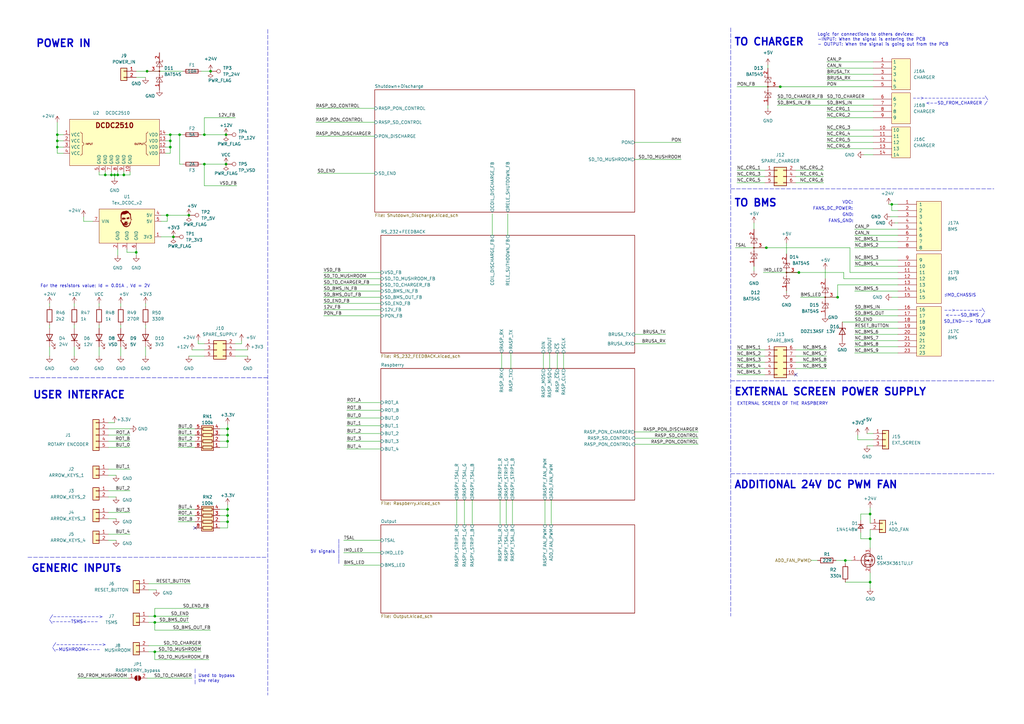
<source format=kicad_sch>
(kicad_sch (version 20211123) (generator eeschema)
  (paper "A3")
  (title_block (title "Handcart") (date "2021-11-11") (rev "v2") (company "E-Agle - TRT"))
  (junction (at 83.82 67.31))
  (junction (at 46.99 71.755))
  (junction (at 93.345 208.915))
  (junction (at 346.71 229.87))
  (junction (at 77.47 88.265))
  (junction (at 356.87 220.98))
  (junction (at 343.535 121.92))
  (junction (at 63.5 255.27))
  (junction (at 86.36 29.21))
  (junction (at 71.12 97.155))
  (junction (at 92.71 55.245))
  (junction (at 48.26 71.755))
  (junction (at 45.72 71.755))
  (junction (at 68.58 88.265))
  (junction (at 93.345 180.975))
  (junction (at 320.04 35.56))
  (junction (at 23.495 55.245))
  (junction (at 23.495 60.325))
  (junction (at 69.85 57.785))
  (junction (at 314.325 101.6))
  (junction (at 93.345 213.995))
  (junction (at 365.76 83.82))
  (junction (at 92.71 67.31))
  (junction (at 50.8 71.755))
  (junction (at 69.85 55.245))
  (junction (at 23.495 57.785))
  (junction (at 356.87 210.82))
  (junction (at 93.345 175.895))
  (junction (at 327.66 111.76))
  (junction (at 73.66 55.245))
  (junction (at 63.5 252.73))
  (junction (at 356.87 238.76))
  (junction (at 69.85 60.325))
  (junction (at 60.325 29.21))
  (junction (at 93.345 178.435))
  (junction (at 55.88 103.505))
  (junction (at 63.5 267.335))
  (junction (at 93.345 211.455))
  (junction (at 43.18 71.755))
  (junction (at 83.82 55.245))
  (no_connect (at 326.39 153.67))
  (no_connect (at 80.01 216.535))
  (wire (pts (xy 59.69 142.24) (xy 59.69 146.05)))
  (wire (pts (xy 67.945 57.785) (xy 69.85 57.785)))
  (wire (pts (xy 132.715 111.76) (xy 156.21 111.76)))
  (wire (pts (xy 346.71 229.87) (xy 349.25 229.87)))
  (wire (pts (xy 99.06 140.97) (xy 99.06 139.7)))
  (wire (pts (xy 346.075 111.76) (xy 346.075 114.3)))
  (wire (pts (xy 142.24 174.625) (xy 156.21 174.625)))
  (wire (pts (xy 49.53 133.35) (xy 49.53 134.62)))
  (wire (pts (xy 55.88 102.235) (xy 55.88 103.505)))
  (wire (pts (xy 69.85 55.245) (xy 69.85 57.785)))
  (wire (pts (xy 69.85 55.245) (xy 73.66 55.245)))
  (wire (pts (xy 30.48 142.24) (xy 30.48 146.05)))
  (wire (pts (xy 142.24 168.275) (xy 156.21 168.275)))
  (wire (pts (xy 93.345 183.515) (xy 93.345 180.975)))
  (wire (pts (xy 74.93 67.31) (xy 73.66 67.31)))
  (wire (pts (xy 90.17 175.895) (xy 93.345 175.895)))
  (wire (pts (xy 132.715 124.46) (xy 156.21 124.46)))
  (wire (pts (xy 309.245 93.98) (xy 309.245 91.44)))
  (wire (pts (xy 73.025 213.995) (xy 80.01 213.995)))
  (wire (pts (xy 355.6 182.88) (xy 358.14 182.88)))
  (wire (pts (xy 20.32 133.35) (xy 20.32 134.62)))
  (wire (pts (xy 44.45 203.835) (xy 47.625 203.835)))
  (wire (pts (xy 302.26 69.85) (xy 313.69 69.85)))
  (wire (pts (xy 326.39 151.13) (xy 339.09 151.13)))
  (wire (pts (xy 59.69 133.35) (xy 59.69 134.62)))
  (wire (pts (xy 26.035 62.865) (xy 23.495 62.865)))
  (wire (pts (xy 351.79 178.435) (xy 351.79 180.34)))
  (wire (pts (xy 314.96 43.18) (xy 314.96 44.45)))
  (wire (pts (xy 78.74 143.51) (xy 83.82 143.51)))
  (wire (pts (xy 90.17 178.435) (xy 93.345 178.435)))
  (wire (pts (xy 354.33 63.5) (xy 358.14 63.5)))
  (wire (pts (xy 43.18 71.755) (xy 45.72 71.755)))
  (wire (pts (xy 339.09 55.88) (xy 358.14 55.88)))
  (wire (pts (xy 73.025 211.455) (xy 80.01 211.455)))
  (wire (pts (xy 322.58 99.695) (xy 322.58 104.14)))
  (wire (pts (xy 82.55 29.21) (xy 86.36 29.21)))
  (wire (pts (xy 339.09 60.96) (xy 358.14 60.96)))
  (wire (pts (xy 201.93 87.63) (xy 201.93 96.52)))
  (wire (pts (xy 129.54 50.165) (xy 153.67 50.165)))
  (wire (pts (xy 60.96 241.935) (xy 64.135 241.935)))
  (wire (pts (xy 327.66 111.76) (xy 346.075 111.76)))
  (wire (pts (xy 40.64 70.485) (xy 40.64 71.755)))
  (wire (pts (xy 302.26 146.05) (xy 313.69 146.05)))
  (wire (pts (xy 48.26 71.755) (xy 50.8 71.755)))
  (wire (pts (xy 350.52 96.52) (xy 368.3 96.52)))
  (wire (pts (xy 260.35 58.42) (xy 279.4 58.42)))
  (wire (pts (xy 260.35 140.97) (xy 273.05 140.97)))
  (wire (pts (xy 44.45 175.895) (xy 53.34 175.895)))
  (wire (pts (xy 339.09 27.94) (xy 358.14 27.94)))
  (wire (pts (xy 364.49 83.82) (xy 365.76 83.82)))
  (wire (pts (xy 83.82 76.2) (xy 83.82 67.31)))
  (wire (pts (xy 40.64 124.46) (xy 40.64 125.73)))
  (wire (pts (xy 60.96 239.395) (xy 78.105 239.395)))
  (wire (pts (xy 205.105 205.105) (xy 205.105 215.265)))
  (polyline (pts (xy 299.72 194.31) (xy 407.67 194.31)))
  (wire (pts (xy 367.03 91.44) (xy 368.3 91.44)))
  (wire (pts (xy 260.35 179.705) (xy 286.385 179.705)))
  (wire (pts (xy 350.52 106.68) (xy 368.3 106.68)))
  (wire (pts (xy 66.04 90.805) (xy 68.58 90.805)))
  (wire (pts (xy 44.45 201.295) (xy 53.34 201.295)))
  (wire (pts (xy 93.345 175.895) (xy 93.345 173.99)))
  (wire (pts (xy 93.345 211.455) (xy 93.345 208.915)))
  (wire (pts (xy 34.29 90.805) (xy 38.1 90.805)))
  (wire (pts (xy 365.76 83.82) (xy 365.76 86.36)))
  (wire (pts (xy 44.45 178.435) (xy 53.34 178.435)))
  (wire (pts (xy 302.26 72.39) (xy 313.69 72.39)))
  (wire (pts (xy 302.26 148.59) (xy 313.69 148.59)))
  (wire (pts (xy 365.76 86.36) (xy 368.3 86.36)))
  (wire (pts (xy 351.79 180.34) (xy 358.14 180.34)))
  (wire (pts (xy 60.96 267.335) (xy 63.5 267.335)))
  (wire (pts (xy 52.07 102.235) (xy 52.07 103.505)))
  (wire (pts (xy 55.88 103.505) (xy 55.88 104.775)))
  (wire (pts (xy 350.52 99.06) (xy 368.3 99.06)))
  (wire (pts (xy 353.06 210.82) (xy 356.87 210.82)))
  (wire (pts (xy 302.26 153.67) (xy 313.69 153.67)))
  (wire (pts (xy 73.025 175.895) (xy 80.01 175.895)))
  (wire (pts (xy 73.66 55.245) (xy 73.66 67.31)))
  (wire (pts (xy 260.35 182.245) (xy 286.385 182.245)))
  (wire (pts (xy 346.71 231.14) (xy 346.71 229.87)))
  (wire (pts (xy 23.495 57.785) (xy 23.495 60.325)))
  (wire (pts (xy 67.945 62.865) (xy 69.85 62.865)))
  (wire (pts (xy 30.48 133.35) (xy 30.48 134.62)))
  (wire (pts (xy 339.09 53.34) (xy 358.14 53.34)))
  (wire (pts (xy 44.45 173.355) (xy 46.99 173.355)))
  (wire (pts (xy 322.58 119.38) (xy 322.58 120.015)))
  (wire (pts (xy 142.24 184.15) (xy 156.21 184.15)))
  (wire (pts (xy 339.09 48.26) (xy 358.14 48.26)))
  (wire (pts (xy 44.45 194.945) (xy 47.625 194.945)))
  (wire (pts (xy 73.025 180.975) (xy 80.01 180.975)))
  (wire (pts (xy 73.025 183.515) (xy 80.01 183.515)))
  (wire (pts (xy 313.055 111.76) (xy 327.66 111.76)))
  (wire (pts (xy 356.87 238.76) (xy 356.87 241.3)))
  (wire (pts (xy 68.58 88.265) (xy 77.47 88.265)))
  (wire (pts (xy 356.87 220.98) (xy 356.87 224.79)))
  (wire (pts (xy 93.345 178.435) (xy 93.345 175.895)))
  (wire (pts (xy 86.36 258.445) (xy 63.5 258.445)))
  (wire (pts (xy 339.09 30.48) (xy 358.14 30.48)))
  (wire (pts (xy 350.52 93.98) (xy 368.3 93.98)))
  (wire (pts (xy 96.52 143.51) (xy 101.6 143.51)))
  (wire (pts (xy 346.075 114.3) (xy 368.3 114.3)))
  (wire (pts (xy 81.28 140.97) (xy 83.82 140.97)))
  (wire (pts (xy 77.47 252.73) (xy 63.5 252.73)))
  (wire (pts (xy 60.325 278.13) (xy 78.74 278.13)))
  (wire (pts (xy 343.535 116.84) (xy 368.3 116.84)))
  (wire (pts (xy 40.64 142.24) (xy 40.64 146.05)))
  (wire (pts (xy 63.5 252.73) (xy 60.96 252.73)))
  (wire (pts (xy 34.29 88.9) (xy 34.29 90.805)))
  (wire (pts (xy 45.72 70.485) (xy 45.72 71.755)))
  (polyline (pts (xy 12.065 154.94) (xy 109.855 154.94)))
  (wire (pts (xy 67.945 60.325) (xy 69.85 60.325)))
  (wire (pts (xy 59.69 124.46) (xy 59.69 125.73)))
  (wire (pts (xy 365.76 121.92) (xy 368.3 121.92)))
  (wire (pts (xy 207.645 205.105) (xy 207.645 215.265)))
  (wire (pts (xy 260.35 177.165) (xy 286.385 177.165)))
  (wire (pts (xy 353.06 213.36) (xy 353.06 210.82)))
  (wire (pts (xy 66.04 97.155) (xy 71.12 97.155)))
  (wire (pts (xy 44.45 212.725) (xy 47.625 212.725)))
  (wire (pts (xy 63.5 270.51) (xy 63.5 267.335)))
  (wire (pts (xy 44.45 219.075) (xy 53.34 219.075)))
  (polyline (pts (xy 299.72 11.43) (xy 299.72 252.73)))
  (polyline (pts (xy 299.72 156.21) (xy 407.67 156.21)))
  (wire (pts (xy 209.55 144.78) (xy 209.55 151.13)))
  (wire (pts (xy 43.18 70.485) (xy 43.18 71.755)))
  (wire (pts (xy 23.495 60.325) (xy 23.495 62.865)))
  (wire (pts (xy 93.345 213.995) (xy 93.345 211.455)))
  (wire (pts (xy 187.325 205.105) (xy 187.325 215.265)))
  (wire (pts (xy 85.725 249.555) (xy 63.5 249.555)))
  (wire (pts (xy 53.34 70.485) (xy 53.34 71.755)))
  (wire (pts (xy 83.82 48.26) (xy 83.82 55.245)))
  (wire (pts (xy 132.715 129.54) (xy 156.21 129.54)))
  (wire (pts (xy 48.26 102.235) (xy 48.26 104.775)))
  (wire (pts (xy 350.52 109.22) (xy 368.3 109.22)))
  (wire (pts (xy 350.52 127) (xy 368.3 127)))
  (wire (pts (xy 44.45 221.615) (xy 47.625 221.615)))
  (wire (pts (xy 223.52 205.105) (xy 223.52 215.265)))
  (wire (pts (xy 132.715 121.92) (xy 156.21 121.92)))
  (wire (pts (xy 77.47 146.05) (xy 83.82 146.05)))
  (wire (pts (xy 129.54 55.88) (xy 153.67 55.88)))
  (wire (pts (xy 90.17 208.915) (xy 93.345 208.915)))
  (wire (pts (xy 66.04 88.265) (xy 68.58 88.265)))
  (wire (pts (xy 302.26 143.51) (xy 313.69 143.51)))
  (wire (pts (xy 140.97 226.695) (xy 156.21 226.695)))
  (wire (pts (xy 63.5 258.445) (xy 63.5 255.27)))
  (wire (pts (xy 228.6 144.78) (xy 228.6 151.13)))
  (wire (pts (xy 63.5 255.27) (xy 77.47 255.27)))
  (wire (pts (xy 350.52 144.78) (xy 368.3 144.78)))
  (wire (pts (xy 23.495 55.245) (xy 26.035 55.245)))
  (wire (pts (xy 44.45 183.515) (xy 53.34 183.515)))
  (wire (pts (xy 49.53 124.46) (xy 49.53 125.73)))
  (wire (pts (xy 52.07 103.505) (xy 55.88 103.505)))
  (wire (pts (xy 231.14 144.78) (xy 231.14 151.13)))
  (wire (pts (xy 23.495 60.325) (xy 26.035 60.325)))
  (wire (pts (xy 96.52 146.05) (xy 101.6 146.05)))
  (wire (pts (xy 225.425 144.78) (xy 225.425 151.13)))
  (wire (pts (xy 90.17 183.515) (xy 93.345 183.515)))
  (wire (pts (xy 260.35 65.405) (xy 279.4 65.405)))
  (wire (pts (xy 350.52 129.54) (xy 368.3 129.54)))
  (wire (pts (xy 350.52 137.16) (xy 368.3 137.16)))
  (wire (pts (xy 132.715 116.84) (xy 156.21 116.84)))
  (wire (pts (xy 60.325 29.21) (xy 74.93 29.21)))
  (wire (pts (xy 350.52 101.6) (xy 368.3 101.6)))
  (wire (pts (xy 326.39 143.51) (xy 339.09 143.51)))
  (wire (pts (xy 328.295 121.92) (xy 343.535 121.92)))
  (wire (pts (xy 31.75 278.13) (xy 52.705 278.13)))
  (wire (pts (xy 93.345 208.915) (xy 93.345 207.01)))
  (wire (pts (xy 48.26 70.485) (xy 48.26 71.755)))
  (polyline (pts (xy 109.855 12.065) (xy 109.855 285.115)))
  (wire (pts (xy 343.535 121.92) (xy 343.535 116.84)))
  (wire (pts (xy 50.8 71.755) (xy 53.34 71.755)))
  (wire (pts (xy 193.675 205.105) (xy 193.675 215.265)))
  (wire (pts (xy 44.45 192.405) (xy 53.34 192.405)))
  (wire (pts (xy 23.495 50.165) (xy 23.495 55.245)))
  (wire (pts (xy 338.455 110.49) (xy 338.455 114.3)))
  (wire (pts (xy 63.5 249.555) (xy 63.5 252.73)))
  (wire (pts (xy 326.39 72.39) (xy 337.82 72.39)))
  (wire (pts (xy 23.495 57.785) (xy 26.035 57.785)))
  (wire (pts (xy 350.52 119.38) (xy 368.3 119.38)))
  (wire (pts (xy 348.615 111.76) (xy 368.3 111.76)))
  (wire (pts (xy 346.71 238.76) (xy 356.87 238.76)))
  (wire (pts (xy 69.85 57.785) (xy 69.85 60.325)))
  (polyline (pts (xy 11.43 228.6) (xy 109.22 228.6)))
  (wire (pts (xy 44.45 180.975) (xy 53.34 180.975)))
  (wire (pts (xy 83.82 67.31) (xy 92.71 67.31)))
  (wire (pts (xy 301.625 101.6) (xy 314.325 101.6)))
  (wire (pts (xy 73.025 178.435) (xy 80.01 178.435)))
  (wire (pts (xy 356.87 234.95) (xy 356.87 238.76)))
  (wire (pts (xy 30.48 124.46) (xy 30.48 125.73)))
  (wire (pts (xy 302.26 151.13) (xy 313.69 151.13)))
  (wire (pts (xy 318.77 43.18) (xy 358.14 43.18)))
  (wire (pts (xy 83.82 76.2) (xy 97.155 76.2)))
  (wire (pts (xy 49.53 142.24) (xy 49.53 146.05)))
  (wire (pts (xy 60.96 255.27) (xy 63.5 255.27)))
  (wire (pts (xy 142.24 171.45) (xy 156.21 171.45)))
  (wire (pts (xy 130.175 71.12) (xy 153.67 71.12)))
  (wire (pts (xy 350.52 139.7) (xy 368.3 139.7)))
  (wire (pts (xy 82.55 67.31) (xy 83.82 67.31)))
  (wire (pts (xy 59.69 31.75) (xy 55.88 31.75)))
  (wire (pts (xy 314.325 101.6) (xy 348.615 101.6)))
  (wire (pts (xy 67.945 55.245) (xy 69.85 55.245)))
  (wire (pts (xy 46.99 71.755) (xy 48.26 71.755)))
  (wire (pts (xy 73.025 208.915) (xy 80.01 208.915)))
  (wire (pts (xy 60.96 264.795) (xy 82.55 264.795)))
  (wire (pts (xy 142.24 165.1) (xy 156.21 165.1)))
  (wire (pts (xy 45.72 71.755) (xy 46.99 71.755)))
  (wire (pts (xy 46.99 71.755) (xy 46.99 73.025)))
  (polyline (pts (xy 299.72 77.47) (xy 407.67 77.47)))
  (wire (pts (xy 96.52 140.97) (xy 99.06 140.97)))
  (wire (pts (xy 142.24 177.8) (xy 156.21 177.8)))
  (wire (pts (xy 142.24 180.975) (xy 156.21 180.975)))
  (wire (pts (xy 40.64 71.755) (xy 43.18 71.755)))
  (wire (pts (xy 320.04 35.56) (xy 358.14 35.56)))
  (wire (pts (xy 140.97 231.775) (xy 156.21 231.775)))
  (wire (pts (xy 23.495 55.245) (xy 23.495 57.785)))
  (wire (pts (xy 326.39 146.05) (xy 339.09 146.05)))
  (wire (pts (xy 69.85 60.325) (xy 69.85 62.865)))
  (wire (pts (xy 90.17 213.995) (xy 93.345 213.995)))
  (wire (pts (xy 355.6 177.8) (xy 358.14 177.8)))
  (wire (pts (xy 339.09 45.72) (xy 358.14 45.72)))
  (wire (pts (xy 93.345 216.535) (xy 93.345 213.995)))
  (wire (pts (xy 93.345 180.975) (xy 93.345 178.435)))
  (wire (pts (xy 342.9 229.87) (xy 346.71 229.87)))
  (wire (pts (xy 260.35 137.16) (xy 273.05 137.16)))
  (wire (pts (xy 353.06 218.44) (xy 353.06 220.98)))
  (wire (pts (xy 356.87 208.28) (xy 356.87 210.82)))
  (wire (pts (xy 90.17 216.535) (xy 93.345 216.535)))
  (polyline (pts (xy 80.01 274.32) (xy 80.01 280.67)))
  (wire (pts (xy 326.39 74.93) (xy 337.82 74.93)))
  (wire (pts (xy 68.58 90.805) (xy 68.58 88.265)))
  (wire (pts (xy 348.615 101.6) (xy 348.615 111.76)))
  (wire (pts (xy 205.74 144.78) (xy 205.74 151.13)))
  (wire (pts (xy 353.06 220.98) (xy 356.87 220.98)))
  (wire (pts (xy 50.8 70.485) (xy 50.8 71.755)))
  (wire (pts (xy 222.885 144.78) (xy 222.885 151.13)))
  (wire (pts (xy 63.5 267.335) (xy 82.55 267.335)))
  (wire (pts (xy 302.26 35.56) (xy 320.04 35.56)))
  (wire (pts (xy 20.32 142.24) (xy 20.32 146.05)))
  (wire (pts (xy 132.715 127) (xy 156.21 127)))
  (wire (pts (xy 326.39 148.59) (xy 339.09 148.59)))
  (wire (pts (xy 339.09 58.42) (xy 358.14 58.42)))
  (wire (pts (xy 314.96 26.67) (xy 314.96 27.94)))
  (wire (pts (xy 345.44 132.08) (xy 368.3 132.08)))
  (wire (pts (xy 90.17 180.975) (xy 93.345 180.975)))
  (wire (pts (xy 73.66 55.245) (xy 74.93 55.245)))
  (wire (pts (xy 356.87 217.17) (xy 356.87 220.98)))
  (wire (pts (xy 350.52 134.62) (xy 368.3 134.62)))
  (wire (pts (xy 82.55 55.245) (xy 83.82 55.245)))
  (wire (pts (xy 81.28 139.7) (xy 81.28 140.97)))
  (wire (pts (xy 190.5 205.105) (xy 190.5 215.265)))
  (wire (pts (xy 132.715 114.3) (xy 156.21 114.3)))
  (wire (pts (xy 356.87 210.82) (xy 356.87 214.63)))
  (wire (pts (xy 140.97 221.615) (xy 156.21 221.615)))
  (wire (pts (xy 339.09 25.4) (xy 358.14 25.4)))
  (wire (pts (xy 226.06 205.105) (xy 226.06 215.265)))
  (wire (pts (xy 90.17 211.455) (xy 93.345 211.455)))
  (wire (pts (xy 132.715 119.38) (xy 156.21 119.38)))
  (wire (pts (xy 302.26 74.93) (xy 313.69 74.93)))
  (wire (pts (xy 350.52 142.24) (xy 368.3 142.24)))
  (wire (pts (xy 208.28 87.63) (xy 208.28 96.52)))
  (wire (pts (xy 96.52 48.26) (xy 83.82 48.26)))
  (wire (pts (xy 129.54 44.45) (xy 153.67 44.45)))
  (wire (pts (xy 55.88 29.21) (xy 60.325 29.21)))
  (wire (pts (xy 83.82 55.245) (xy 92.71 55.245)))
  (wire (pts (xy 365.76 83.82) (xy 368.3 83.82)))
  (wire (pts (xy 85.725 270.51) (xy 63.5 270.51)))
  (wire (pts (xy 365.125 88.9) (xy 368.3 88.9)))
  (wire (pts (xy 318.77 40.64) (xy 358.14 40.64)))
  (wire (pts (xy 332.74 229.87) (xy 335.28 229.87)))
  (wire (pts (xy 339.09 33.02) (xy 358.14 33.02)))
  (wire (pts (xy 326.39 69.85) (xy 337.82 69.85)))
  (wire (pts (xy 44.45 210.185) (xy 53.34 210.185)))
  (wire (pts (xy 40.64 133.35) (xy 40.64 134.62)))
  (wire (pts (xy 20.32 124.46) (xy 20.32 125.73)))
  (wire (pts (xy 309.245 109.22) (xy 309.245 111.125)))
  (wire (pts (xy 210.185 205.105) (xy 210.185 215.265)))
  (text "-->-------\\\n<---SD_BMS /\n" (at 403.86 130.175 180) (effects (font (size 1.27 1.27)) (justify right bottom)))
  (text "POWER IN" (at 14.605 19.685 0) (effects (font (size 2.9972 2.9972) (thickness 0.5994) bold) (justify left bottom)))
  (text "EXTERNAL SCREEN OF THE RASPBERRY" (at 302.26 166.37 0) (effects (font (size 1.27 1.27)) (justify left bottom)))
  (text "TO BMS" (at 318.77 85.09 180) (effects (font (size 2.9972 2.9972) (thickness 0.5994) bold) (justify right bottom)))
  (text "FANS_GND:" (at 339.725 91.44 0) (effects (font (size 1.27 1.27)) (justify left bottom)))
  (text "TO CHARGER" (at 300.99 19.05 0) (effects (font (size 2.9972 2.9972) (thickness 0.5994) bold) (justify left bottom)))
  (text "-->----------------\\\n<--SD_FROM_CHARGER /\n" (at 405.13 43.18 180) (effects (font (size 1.27 1.27)) (justify right bottom)))
  (text "For the resistors value: Id = 0.01A , Vd = 2V" (at 16.51 118.11 0) (effects (font (size 1.27 1.27)) (justify left bottom)))
  (text "/------------>\n\\-MUSHROOM<---" (at 21.59 267.335 0) (effects (font (size 1.27 1.27)) (justify left bottom)))
  (text "Used to bypass\nthe relay" (at 81.28 280.035 0) (effects (font (size 1.27 1.27)) (justify left bottom)))
  (text "GENERIC INPUTs" (at 12.7 234.95 0) (effects (font (size 2.9972 2.9972) (thickness 0.5994) bold) (justify left bottom)))
  (text "/------------>\n\\-----TSMS<---" (at 20.32 255.905 0) (effects (font (size 1.27 1.27)) (justify left bottom)))
  (text "VDC:" (at 345.44 83.82 0) (effects (font (size 1.27 1.27)) (justify left bottom)))
  (text "FANS_DC_POWER:" (at 333.375 86.36 0) (effects (font (size 1.27 1.27)) (justify left bottom)))
  (text "ADDITIONAL 24V DC PWM FAN" (at 300.99 200.66 0) (effects (font (size 2.9972 2.9972) (thickness 0.5994) bold) (justify left bottom)))
  (text "EXTERNAL SCREEN POWER SUPPLY" (at 300.99 162.56 0) (effects (font (size 3 3) (thickness 0.5994) bold) (justify left bottom)))
  (text "Logic for connections to others devices:\n-INPUT: When the signal is entering the PCB\n- OUTPUT: When the signal is going out from the PCB" (at 335.28 19.05 0) (effects (font (size 1.27 1.27)) (justify left bottom)))
  (text "|\n|\n5V signals |\n|\n|" (at 139.7 231.14 180) (effects (font (size 1.27 1.27)) (justify right bottom)))
  (text "SD_END--> TO_AIR\n" (at 406.4 132.715 180) (effects (font (size 1.27 1.27)) (justify right bottom)))
  (text "GND:" (at 345.44 88.9 0) (effects (font (size 1.27 1.27)) (justify left bottom)))
  (text ":IMD_CHASSIS" (at 387.35 121.92 0) (effects (font (size 1.27 1.27)) (justify left bottom)))
  (text "USER INTERFACE" (at 13.335 163.83 0) (effects (font (size 2.9972 2.9972) (thickness 0.5994) bold) (justify left bottom)))
  (label "SD_BMS_IN_FB" (at 132.715 119.38 0))
  (label "TSAL" (at 140.97 221.615 0))
  (label "BRUSA_TX" (at 339.09 30.48 0))
  (label "BUT_4" (at 53.34 219.075 180))
  (label "RASP_SD_CONTROL" (at 129.54 44.45 0))
  (label "BUT_1" (at 53.34 192.405 180))
  (label "RESET_BUTTON" (at 350.52 134.62 0))
  (label "NC_CRG_5" (at 339.09 58.42 0))
  (label "BUT_2" (at 142.24 177.8 0))
  (label "BMS_LED" (at 140.97 231.775 0))
  (label "SD_BMS_IN" (at 350.52 127 0))
  (label "BUT_3" (at 142.24 180.975 0))
  (label "RESET_BUTTON" (at 78.105 239.395 180))
  (label "SD_TO_MUSHROOM" (at 132.715 114.3 0))
  (label "BUT_3" (at 53.34 210.185 180))
  (label "NC_BMS_2" (at 302.26 146.05 0))
  (label "NC_BMS_3" (at 302.26 148.59 0))
  (label "NC_BMS_6" (at 339.09 143.51 180))
  (label "BUT_2" (at 73.025 180.975 0))
  (label "BUT_2" (at 53.34 201.295 180))
  (label "RASP_SD_CONTROL" (at 286.385 179.705 180))
  (label "BUT_0" (at 142.24 171.45 0))
  (label "PON" (at 339.09 35.56 0))
  (label "NC_CRG_6" (at 339.09 60.96 0))
  (label "NC_BMS_9" (at 339.09 151.13 180))
  (label "CAN_N" (at 350.52 96.52 0))
  (label "ROT_A" (at 73.025 211.455 0))
  (label "NC_BMS_9" (at 350.52 144.78 0))
  (label "ROT_B" (at 142.24 168.275 0))
  (label "12V_FB" (at 96.52 48.26 180))
  (label "NC_CRG_3" (at 302.26 72.39 0))
  (label "SD_BMS_OUT" (at 350.52 129.54 0))
  (label "BUT_1" (at 142.24 174.625 0))
  (label "ROT_A" (at 142.24 165.1 0))
  (label "SD_TO_MUSHROOM" (at 82.55 267.335 180))
  (label "BUT_4" (at 73.025 208.915 0))
  (label "SD_END_FB" (at 85.725 249.555 180))
  (label "SD_END" (at 350.52 132.08 0))
  (label "NC_BMS_1" (at 350.52 99.06 0))
  (label "SD_TO_CHARGER_FB" (at 318.77 40.64 0))
  (label "NC_CRG_3" (at 339.09 53.34 0))
  (label "NC_BMS_5" (at 350.52 119.38 0))
  (label "SD_BMS_OUT" (at 77.47 255.27 180))
  (label "NC_CRG_1" (at 302.26 69.85 0))
  (label "BRUSA_TX" (at 273.05 137.16 180))
  (label "BMS_LED" (at 328.295 121.92 0))
  (label "SD_TO_CHARGER" (at 82.55 264.795 180))
  (label "RASP_PON_DISCHARGER" (at 129.54 55.88 0))
  (label "SD_TO_CHARGER_FB" (at 132.715 116.84 0))
  (label "SD_END" (at 130.175 71.12 0))
  (label "NC_BMS_2" (at 350.52 101.6 0))
  (label "SD_FROM_MUSHROOM" (at 31.75 278.13 0))
  (label "BUT_1" (at 73.025 178.435 0))
  (label "SD_END_FB" (at 132.715 124.46 0))
  (label "NC_BMS_8" (at 339.09 148.59 180))
  (label "VSD_FB" (at 97.155 76.2 180))
  (label "NC_BMS_4" (at 350.52 109.22 0))
  (label "CAN_N" (at 339.09 27.94 0))
  (label "CAN_P" (at 339.09 25.4 0))
  (label "BRUSA_RX" (at 273.05 140.97 180))
  (label "NC_CRG_2" (at 337.82 69.85 180))
  (label "NC_CRG_5" (at 302.26 74.93 0))
  (label "SD_BMS_OUT_FB" (at 132.715 121.92 0))
  (label "IMD_LED" (at 313.055 111.76 0))
  (label "PON" (at 279.4 58.42 180))
  (label "RASP_PON_CONTROL" (at 286.385 182.245 180))
  (label "BUT_0" (at 53.34 183.515 180))
  (label "SD_BMS_IN_FB" (at 318.77 43.18 0))
  (label "BUT_4" (at 142.24 184.15 0))
  (label "TSAL" (at 301.625 101.6 0))
  (label "VSD_FB" (at 132.715 111.76 0))
  (label "ROT_B" (at 73.025 213.995 0))
  (label "SD_TO_MUSHROOM" (at 279.4 65.405 180))
  (label "NC_CRG_4" (at 337.82 72.39 180))
  (label "NC_CRG_2" (at 339.09 48.26 0))
  (label "NC_BMS_5" (at 302.26 153.67 0))
  (label "BUT_0" (at 73.025 175.895 0))
  (label "ROT_B" (at 53.34 180.975 180))
  (label "12V_FB" (at 132.715 127 0))
  (label "NC_CRG_6" (at 337.82 74.93 180))
  (label "BUT_3" (at 73.025 183.515 0))
  (label "ROT_A" (at 53.34 178.435 180))
  (label "NC_CRG_1" (at 339.09 45.72 0))
  (label "BRUSA_RX" (at 339.09 33.02 0))
  (label "CAN_P" (at 350.52 93.98 0))
  (label "SD_BMS_OUT_FB" (at 86.36 258.445 180))
  (label "NC_BMS_8" (at 350.52 142.24 0))
  (label "SD_TO_CHARGER" (at 339.09 40.64 0))
  (label "RASP_PON_DISCHARGER" (at 286.385 177.165 180))
  (label "NC_BMS_3" (at 350.52 106.68 0))
  (label "SD_BMS_IN" (at 339.09 43.18 0))
  (label "SD_TO_CHARGER" (at 78.74 278.13 180))
  (label "NC_BMS_7" (at 350.52 139.7 0))
  (label "NC_BMS_7" (at 339.09 146.05 180))
  (label "NC_CRG_4" (at 339.09 55.88 0))
  (label "PON_FB" (at 132.715 129.54 0))
  (label "NC_BMS_4" (at 302.26 151.13 0))
  (label "NC_BMS_1" (at 302.26 143.51 0))
  (label "SD_END" (at 77.47 252.73 180))
  (label "NC_BMS_6" (at 350.52 137.16 0))
  (label "PON_FB" (at 302.26 35.56 0))
  (label "SD_TO_MUSHROOM_FB" (at 85.725 270.51 180))
  (label "IMD_LED" (at 140.97 226.695 0))
  (label "RASP_PON_CONTROL" (at 129.54 50.165 0))
  (hierarchical_label "ADD_FAN_PWM" (shape input) (at 332.74 229.87 180))
  (symbol (lib_id "power:GND") (at 53.34 175.895 90) (unit 1)
    (property "Reference" "#PWR011" (effects hide))
    (property "Value" "GND" (at 56.515 175.8949 90) (effects (justify right)))
  )
  (symbol (lib_id "power:GND") (at 322.58 120.015 0) (unit 1)
    (property "Reference" "#PWR0111" (effects hide))
    (property "Value" "GND" (at 322.58 125.095 0))
  )
  (symbol (lib_id "Eagle_Main:DCDC2510") (at 46.99 47.625 0) (unit 1)
    (property "Reference" "U2" (at 39.37 46.355 0))
    (property "Value" "DCDC2510" (at 48.26 46.355 0))
    (property "Footprint" "Eagle_Main:DCDC2510_Horizontal" (effects hide))
  )
  (symbol (lib_id "power:PWR_FLAG") (at 77.47 88.265 180) (unit 1)
    (property "Reference" "#FLG02" (effects hide))
    (property "Value" "PWR_FLAG" (at 80.01 92.075 0))
  )
  (symbol (lib_id "power:+5V") (at 314.96 26.67 0) (unit 1)
    (property "Reference" "#PWR0108" (effects hide))
    (property "Value" "+5V" (at 314.96 21.59 0))
  )
  (symbol (lib_id "power:GND") (at 59.69 146.05 0) (unit 1)
    (property "Reference" "#PWR0102" (effects hide))
    (property "Value" "GND" (at 59.69 151.13 0))
  )
  (symbol (lib_id "Device:Q_NMOS_GSD") (at 354.33 229.87 0) (unit 1)
    (property "Reference" "Q1" (at 359.537 228.7016 0) (effects (justify left)))
    (property "Value" "SSM3K361TU,LF" (at 359.537 231.013 0) (effects (justify left)))
    (property "Footprint" "00_proj-lib:SOTFL65P210X75-3N" (effects hide))
    (property "Datasheet" "datasheets\\SSM3K361TU.pdf" (effects hide))
  )
  (symbol (lib_id "Eagle_Main:VSD") (at 40.64 124.46 0) (unit 1) (in_bom no) (on_board no)
    (property "Reference" "#PWR0117" (effects hide))
    (property "Value" "VSD" (at 40.64 120.65 0))
  )
  (symbol (lib_id "Device:LED") (at 49.53 138.43 90) (unit 1)
    (property "Reference" "D9" (at 53.34 138.7474 90) (effects (justify right)))
    (property "Value" "5V" (at 53.34 141.2874 90) (effects (justify right)))
    (property "Footprint" "Resistor_SMD:R_0805_2012Metric" (effects hide))
  )
  (symbol (lib_id "power:GND") (at 49.53 146.05 0) (unit 1)
    (property "Reference" "#PWR0101" (effects hide))
    (property "Value" "GND" (at 49.53 151.13 0))
  )
  (symbol (lib_id "Device:Fuse") (at 78.74 67.31 90) (unit 1)
    (property "Reference" "F3" (at 78.74 69.85 90))
    (property "Value" "2A" (at 78.74 67.31 90))
    (property "Footprint" "Eagle_Main:Keystone-Fuseholder 3557-2" (effects hide))
  )
  (symbol (lib_id "power:GND") (at 59.69 31.75 0) (mirror y) (unit 1)
    (property "Reference" "#PWR014" (effects hide))
    (property "Value" "GND" (at 55.88 34.29 0))
  )
  (symbol (lib_id "power:+3V3") (at 59.69 124.46 0) (unit 1)
    (property "Reference" "#PWR0118" (effects hide))
    (property "Value" "+3V3" (at 59.69 120.65 0))
  )
  (symbol (lib_id "power:+24V") (at 20.32 124.46 0) (unit 1)
    (property "Reference" "#PWR0115" (effects hide))
    (property "Value" "+24V" (at 20.32 120.65 0))
  )
  (symbol (lib_id "Connector_Generic:Conn_01x02") (at 55.88 267.335 180) (unit 1)
    (property "Reference" "J8" (at 48.26 264.795 0))
    (property "Value" "MUSHROOM" (at 48.26 266.7 0))
    (property "Footprint" "Connector_Molex:Molex_Micro-Fit_3.0_43650-0215_1x02_P3.00mm_Vertical" (effects hide))
  )
  (symbol (lib_id "Diode:BAT54S") (at 322.58 111.76 90) (unit 1)
    (property "Reference" "D14" (at 327.66 105.41 90) (effects (justify left)))
    (property "Value" "BAT54S" (at 332.105 107.95 90) (effects (justify left)))
    (property "Footprint" "Package_TO_SOT_SMD:SOT-23" (effects hide))
    (property "Datasheet" "https://www.diodes.com/assets/Datasheets/ds11005.pdf" (effects hide))
  )
  (symbol (lib_id "power:+12V") (at 92.71 55.245 0) (unit 1)
    (property "Reference" "#PWR023" (effects hide))
    (property "Value" "+12V" (at 92.71 51.435 0))
  )
  (symbol (lib_id "Diode:BAT54S") (at 338.455 121.92 90) (unit 1)
    (property "Reference" "D15" (at 335.915 125.095 90) (effects (justify left)))
    (property "Value" "BAT54S" (at 335.915 127.635 90) (effects (justify left)))
    (property "Footprint" "Package_TO_SOT_SMD:SOT-23" (effects hide))
    (property "Datasheet" "https://www.diodes.com/assets/Datasheets/ds11005.pdf" (effects hide))
  )
  (symbol (lib_id "power:GND") (at 47.625 212.725 0) (unit 1)
    (property "Reference" "#PWR07" (effects hide))
    (property "Value" "GND" (at 50.165 213.9949 0) (effects (justify left)))
  )
  (symbol (lib_id "Connector_Generic:Conn_01x03") (at 363.22 180.34 0) (unit 1)
    (property "Reference" "J15" (at 365.76 179.0699 0) (effects (justify left)))
    (property "Value" "EXT_SCREEN" (at 365.76 181.6099 0) (effects (justify left)))
    (property "Footprint" "Connector_Molex:Molex_Micro-Fit_3.0_43650-0315_1x03_P3.00mm_Vertical" (effects hide))
  )
  (symbol (lib_id "Device:LED") (at 30.48 138.43 90) (unit 1)
    (property "Reference" "D6" (at 34.29 138.7474 90) (effects (justify right)))
    (property "Value" "12V" (at 34.29 141.2874 90) (effects (justify right)))
    (property "Footprint" "Resistor_SMD:R_0805_2012Metric" (effects hide))
  )
  (symbol (lib_id "Device:Fuse") (at 78.74 29.21 90) (unit 1)
    (property "Reference" "F1" (at 78.74 26.67 90))
    (property "Value" "10A" (at 78.74 29.21 90))
    (property "Footprint" "Eagle_Main:Keystone-Fuseholder 3557-2" (effects hide))
  )
  (symbol (lib_id "Device:R") (at 40.64 129.54 0) (unit 1)
    (property "Reference" "R48" (at 43.18 128.2699 0) (effects (justify left)))
    (property "Value" "1k" (at 43.18 130.8099 0) (effects (justify left)))
    (property "Footprint" "Resistor_SMD:R_0603_1608Metric" (effects hide))
  )
  (symbol (lib_id "power:+5V") (at 77.47 88.265 0) (unit 1)
    (property "Reference" "#PWR015" (effects hide))
    (property "Value" "+5V" (at 78.74 84.455 0))
  )
  (symbol (lib_id "power:+12V") (at 30.48 124.46 0) (unit 1)
    (property "Reference" "#PWR0116" (effects hide))
    (property "Value" "+12V" (at 30.48 120.65 0))
  )
  (symbol (lib_id "power:+12V") (at 78.74 143.51 0) (unit 1)
    (property "Reference" "#PWR018" (effects hide))
    (property "Value" "+12V" (at 74.93 142.24 0))
  )
  (symbol (lib_id "power:GND") (at 355.6 182.88 0) (unit 1)
    (property "Reference" "#PWR030" (effects hide))
    (property "Value" "GND" (at 355.6 187.325 0))
  )
  (symbol (lib_id "power:GND") (at 365.76 121.92 270) (unit 1)
    (property "Reference" "#PWR036" (effects hide))
    (property "Value" "GND" (at 361.95 121.9199 90) (effects (justify right)))
  )
  (symbol (lib_id "power:+5V") (at 309.245 91.44 0) (unit 1)
    (property "Reference" "#PWR0106" (effects hide))
    (property "Value" "+5V" (at 309.245 87.63 0))
  )
  (symbol (lib_id "Eagle_Connectors:TE_AmpSeal_14_776273-1") (at 368.3 29.21 0) (unit 1)
    (property "Reference" "J16" (at 374.65 29.2099 0) (effects (justify left)))
    (property "Value" "CHARGER" (at 374.65 31.7499 0) (effects (justify left)))
    (property "Footprint" "00_proj-lib:TE_776266-4" (effects hide))
  )
  (symbol (lib_id "power:+3V3") (at 101.6 143.51 0) (unit 1)
    (property "Reference" "#PWR025" (effects hide))
    (property "Value" "+3V3" (at 105.41 142.24 0))
  )
  (symbol (lib_id "Eagle_Main:VSD") (at 92.71 67.31 0) (unit 1) (in_bom no) (on_board no)
    (property "Reference" "#PWR020" (effects hide))
    (property "Value" "VSD" (at 92.71 63.5 0))
  )
  (symbol (lib_id "power:+5V") (at 322.58 99.695 0) (unit 1)
    (property "Reference" "#PWR0113" (effects hide))
    (property "Value" "+5V" (at 322.58 95.885 0))
  )
  (symbol (lib_id "Device:Fuse") (at 78.74 55.245 90) (unit 1)
    (property "Reference" "F2" (at 78.74 52.705 90))
    (property "Value" "5A" (at 78.74 55.245 90))
    (property "Footprint" "Eagle_Main:Keystone-Fuseholder 3557-2" (effects hide))
  )
  (symbol (lib_id "Connector_Generic:Conn_01x02") (at 39.37 201.295 0) (mirror y) (unit 1)
    (property "Reference" "J3" (at 29.21 201.295 0))
    (property "Value" "ARROW_KEYS_2" (at 27.94 203.835 0))
    (property "Footprint" "Connector_Molex:Molex_Micro-Fit_3.0_43650-0215_1x02_P3.00mm_Vertical" (effects hide))
  )
  (symbol (lib_id "Device:D_Zener") (at 345.44 135.89 270) (unit 1)
    (property "Reference" "D16" (at 340.36 133.985 90) (effects (justify left)))
    (property "Value" "DDZ13ASF 13V" (at 328.295 135.89 90) (effects (justify left)))
    (property "Footprint" "Diode_SMD:D_SOD-323F" (effects hide))
    (property "Datasheet" "datasheets/DIOD-S-A0002238313-1.pdf" (effects hide))
  )
  (symbol (lib_id "Device:LED") (at 20.32 138.43 90) (unit 1)
    (property "Reference" "D4" (at 24.13 138.7474 90) (effects (justify right)))
    (property "Value" "24V" (at 24.13 141.2874 90) (effects (justify right)))
    (property "Footprint" "Resistor_SMD:R_0805_2012Metric" (effects hide))
  )
  (symbol (lib_id "power:+24V") (at 364.49 83.82 0) (mirror y) (unit 1)
    (property "Reference" "#PWR034" (effects hide))
    (property "Value" "+24V" (at 361.315 79.375 0) (effects (justify right)))
  )
  (symbol (lib_id "00_proj-lib:TE_Ampseal_23") (at 381 92.71 0) (unit 1)
    (property "Reference" "J17" (at 388.62 91.44 0) (effects (justify left)))
    (property "Value" "BMS" (at 388.62 93.98 0) (effects (justify left)))
    (property "Footprint" "Eagle_Connectors:TE_1-776228-4" (effects hide))
    (property "Connector" "TE Ampseal 23" (effects hide))
    (property "Type" "Cable" (effects hide))
  )
  (symbol (lib_id "Connector_Generic:Conn_01x05") (at 39.37 178.435 0) (mirror y) (unit 1)
    (property "Reference" "J1" (at 27.94 178.435 0))
    (property "Value" "ROTARY ENCODER" (at 27.94 182.245 0))
    (property "Footprint" "Connector_Molex:Molex_Micro-Fit_3.0_43650-0515_1x05_P3.00mm_Vertical" (effects hide))
  )
  (symbol (lib_id "Device:D_Small") (at 353.06 215.9 270) (unit 1)
    (property "Reference" "D1" (at 349.25 214.63 90) (effects (justify left)))
    (property "Value" "1N4148W" (at 342.9 217.17 90) (effects (justify left)))
    (property "Footprint" "Diode_SMD:D_SOD-323_HandSoldering" (effects hide))
    (property "Datasheet" "datasheets\\1n4148w.pdf" (effects hide))
    (property "Store" "TODO: find actual component" (effects hide))
  )
  (symbol (lib_id "Connector_Generic:Conn_01x02") (at 55.88 239.395 0) (mirror y) (unit 1)
    (property "Reference" "J6" (at 45.72 239.395 0))
    (property "Value" "RESET_BUTTON" (at 45.72 241.935 0))
    (property "Footprint" "Connector_Molex:Molex_Micro-Fit_3.0_43650-0215_1x02_P3.00mm_Vertical" (effects hide))
  )
  (symbol (lib_id "power:+5V") (at 99.06 139.7 0) (unit 1)
    (property "Reference" "#PWR024" (effects hide))
    (property "Value" "+5V" (at 102.87 138.43 0))
  )
  (symbol (lib_id "Connector_Generic:Conn_01x02") (at 39.37 192.405 0) (mirror y) (unit 1)
    (property "Reference" "J2" (at 29.21 192.405 0))
    (property "Value" "ARROW_KEYS_1" (at 27.305 194.945 0))
    (property "Footprint" "Connector_Molex:Molex_Micro-Fit_3.0_43650-0215_1x02_P3.00mm_Vertical" (effects hide))
  )
  (symbol (lib_id "power:GND") (at 365.125 88.9 270) (unit 1)
    (property "Reference" "#PWR035" (effects hide))
    (property "Value" "GND" (at 361.315 88.8999 90) (effects (justify right)))
  )
  (symbol (lib_id "Device:R") (at 339.09 229.87 270) (unit 1)
    (property "Reference" "R1" (at 337.82 227.33 90) (effects (justify left)))
    (property "Value" "22R" (at 337.3329 229.87 90) (effects (justify left)))
    (property "Footprint" "Resistor_SMD:R_0603_1608Metric" (effects hide))
  )
  (symbol (lib_id "Device:R") (at 30.48 129.54 0) (unit 1)
    (property "Reference" "R47" (at 33.02 128.2699 0) (effects (justify left)))
    (property "Value" "1k" (at 33.02 130.8099 0) (effects (justify left)))
    (property "Footprint" "Resistor_SMD:R_0603_1608Metric" (effects hide))
  )
  (symbol (lib_id "Connector_Generic:Conn_01x02") (at 39.37 210.185 0) (mirror y) (unit 1)
    (property "Reference" "J4" (at 29.21 210.185 0))
    (property "Value" "ARROW_KEYS_3" (at 27.94 212.725 0))
    (property "Footprint" "Connector_Molex:Molex_Micro-Fit_3.0_43650-0215_1x02_P3.00mm_Vertical" (effects hide))
  )
  (symbol (lib_id "Device:R") (at 59.69 129.54 0) (unit 1)
    (property "Reference" "R50" (at 62.23 128.2699 0) (effects (justify left)))
    (property "Value" "330R" (at 62.23 130.8099 0) (effects (justify left)))
    (property "Footprint" "Resistor_SMD:R_0603_1608Metric" (effects hide))
  )
  (symbol (lib_id "power:PWR_FLAG") (at 71.12 97.155 180) (unit 1)
    (property "Reference" "#FLG01" (effects hide))
    (property "Value" "PWR_FLAG" (at 73.66 100.965 0))
  )
  (symbol (lib_id "power:+3.3V") (at 93.345 173.99 0) (unit 1)
    (property "Reference" "#PWR021" (effects hide))
    (property "Value" "+3.3V" (at 93.345 170.18 0))
  )
  (symbol (lib_id "power:GND") (at 77.47 146.05 0) (unit 1)
    (property "Reference" "#PWR017" (effects hide))
    (property "Value" "GND" (at 77.47 151.13 0))
  )
  (symbol (lib_id "power:GND") (at 356.87 241.3 0) (unit 1)
    (property "Reference" "#PWR033" (effects hide))
    (property "Value" "GND" (at 356.997 245.6942 0))
  )
  (symbol (lib_id "power:+24V") (at 23.495 50.165 0) (unit 1)
    (property "Reference" "#PWR01" (effects hide))
    (property "Value" "+24V" (at 19.685 47.625 0))
  )
  (symbol (lib_id "Connector:TestPoint") (at 86.36 29.21 270) (unit 1)
    (property "Reference" "TP3" (at 91.44 27.9399 90) (effects (justify left)))
    (property "Value" "TP_24V" (at 91.44 30.4799 90) (effects (justify left)))
    (property "Footprint" "TestPoint:TestPoint_Pad_D2.0mm" (effects hide))
  )
  (symbol (lib_id "power:PWR_FLAG") (at 86.36 29.21 180) (unit 1)
    (property "Reference" "#FLG03" (effects hide))
    (property "Value" "PWR_FLAG" (at 90.17 33.02 0))
  )
  (symbol (lib_id "00_proj-lib:TE_Ampseal_23") (at 381 114.3 0) (unit 2)
    (property "Reference" "J17" (at 388.62 111.76 0) (effects (justify left)))
    (property "Value" "BMS" (at 388.62 114.3 0) (effects (justify left)))
    (property "Footprint" "Eagle_Connectors:TE_1-776228-4" (effects hide))
    (property "Connector" "TE Ampseal 23" (effects hide))
    (property "Type" "Cable" (effects hide))
  )
  (symbol (lib_id "power:GND") (at 46.99 73.025 0) (unit 1)
    (property "Reference" "#PWR010" (effects hide))
    (property "Value" "GND" (at 46.99 78.105 0))
  )
  (symbol (lib_id "Connector_Generic:Conn_01x02") (at 361.95 214.63 0) (unit 1)
    (property "Reference" "J14" (at 364.49 214.6299 0) (effects (justify left)))
    (property "Value" "ADD_FAN" (at 364.49 217.1699 0) (effects (justify left)))
    (property "Footprint" "Connector_Molex:Molex_Micro-Fit_3.0_43650-0215_1x02_P3.00mm_Vertical" (effects hide))
  )
  (symbol (lib_id "Device:R_Pack04") (at 85.09 178.435 90) (unit 1)
    (property "Reference" "RN1" (at 85.09 170.815 90))
    (property "Value" "100k" (at 85.09 173.355 90))
    (property "Footprint" "Resistor_SMD:R_Array_Convex_4x0603" (effects hide))
  )
  (symbol (lib_id "Connector_Generic:Conn_02x03_Odd_Even") (at 318.77 72.39 0) (unit 1)
    (property "Reference" "J12" (at 320.04 63.5 0))
    (property "Value" "SPARE_CHARGER" (at 320.04 66.04 0))
    (property "Footprint" "Connector_Molex:Molex_Micro-Fit_3.0_43045-0612_2x03_P3.00mm_Vertical" (effects hide))
  )
  (symbol (lib_id "Connector:TestPoint") (at 71.12 97.155 270) (unit 1)
    (property "Reference" "TP1" (at 76.2 95.8849 90) (effects (justify left)))
    (property "Value" "TP_3V3" (at 76.2 98.4249 90) (effects (justify left)))
    (property "Footprint" "TestPoint:TestPoint_Pad_D2.0mm" (effects hide))
  )
  (symbol (lib_id "Jumper:SolderJumper_2_Open") (at 56.515 278.13 0) (unit 1)
    (property "Reference" "JP1" (at 56.515 272.415 0))
    (property "Value" "RASPBERRY_bypass" (at 56.515 274.955 0))
    (property "Footprint" "Jumper:SolderJumper-2_P1.3mm_Open_Pad1.0x1.5mm" (effects hide))
  )
  (symbol (lib_id "power:GND") (at 40.64 146.05 0) (unit 1)
    (property "Reference" "#PWR0103" (effects hide))
    (property "Value" "GND" (at 40.64 151.13 0))
  )
  (symbol (lib_id "power:GND") (at 367.03 91.44 270) (unit 1)
    (property "Reference" "#PWR037" (effects hide))
    (property "Value" "GND" (at 363.22 91.4399 90) (effects (justify right)))
  )
  (symbol (lib_id "Device:LED") (at 40.64 138.43 90) (unit 1)
    (property "Reference" "D8" (at 44.45 138.7474 90) (effects (justify right)))
    (property "Value" "VSD" (at 44.45 141.2874 90) (effects (justify right)))
    (property "Footprint" "Resistor_SMD:R_0805_2012Metric" (effects hide))
  )
  (symbol (lib_id "power:+24V") (at 34.29 88.9 0) (unit 1)
    (property "Reference" "#PWR02" (effects hide))
    (property "Value" "+24V" (at 30.48 86.36 0))
  )
  (symbol (lib_id "power:PWR_FLAG") (at 92.71 55.245 180) (unit 1)
    (property "Reference" "#FLG05" (effects hide))
    (property "Value" "PWR_FLAG" (at 93.98 59.055 0))
  )
  (symbol (lib_id "power:+3.3V") (at 93.345 207.01 0) (unit 1)
    (property "Reference" "#PWR022" (effects hide))
    (property "Value" "+3.3V" (at 93.345 203.2 0))
  )
  (symbol (lib_id "power:GND") (at 101.6 146.05 0) (unit 1)
    (property "Reference" "#PWR026" (effects hide))
    (property "Value" "GND" (at 101.6 151.13 0))
  )
  (symbol (lib_id "power:+24V") (at 81.28 139.7 0) (unit 1)
    (property "Reference" "#PWR019" (effects hide))
    (property "Value" "+24V" (at 77.47 138.43 0))
  )
  (symbol (lib_id "Diode:BAT54S") (at 65.405 29.21 270) (mirror x) (unit 1)
    (property "Reference" "D11" (at 67.31 27.9399 90) (effects (justify left)))
    (property "Value" "BAT54S" (at 67.31 30.4799 90) (effects (justify left)))
    (property "Footprint" "Package_TO_SOT_SMD:SOT-23" (effects hide))
    (property "Datasheet" "https://www.diodes.com/assets/Datasheets/ds11005.pdf" (effects hide))
  )
  (symbol (lib_id "power:+3V3") (at 71.12 97.155 0) (unit 1)
    (property "Reference" "#PWR013" (effects hide))
    (property "Value" "+3V3" (at 71.12 93.345 0))
  )
  (symbol (lib_id "power:GND") (at 47.625 221.615 0) (unit 1)
    (property "Reference" "#PWR08" (effects hide))
    (property "Value" "GND" (at 50.165 222.8849 0) (effects (justify left)))
  )
  (symbol (lib_id "power:+3V3") (at 351.79 178.435 0) (unit 1)
    (property "Reference" "#PWR028" (effects hide))
    (property "Value" "+3V3" (at 351.79 173.355 0))
  )
  (symbol (lib_id "Eagle_Connectors:TE_AmpSeal_14_776273-1") (at 368.3 57.15 0) (unit 3)
    (property "Reference" "J16" (at 374.65 57.1499 0) (effects (justify left)))
    (property "Value" "CHARGER" (at 374.65 59.6899 0) (effects (justify left)))
    (property "Footprint" "00_proj-lib:TE_776266-4" (effects hide))
  )
  (symbol (lib_id "power:+24V") (at 356.87 208.28 0) (unit 1)
    (property "Reference" "#PWR032" (effects hide))
    (property "Value" "+24V" (at 356.87 204.47 0))
  )
  (symbol (lib_id "Connector_Generic:Conn_01x02") (at 39.37 219.075 0) (mirror y) (unit 1)
    (property "Reference" "J5" (at 29.21 219.075 0))
    (property "Value" "ARROW_KEYS_4" (at 27.94 221.615 0))
    (property "Footprint" "Connector_Molex:Molex_Micro-Fit_3.0_43650-0215_1x02_P3.00mm_Vertical" (effects hide))
  )
  (symbol (lib_id "Connector_Generic:Conn_02x05_Top_Bottom") (at 318.77 148.59 0) (unit 1)
    (property "Reference" "J13" (at 320.04 137.16 0))
    (property "Value" "SPARE_BMS" (at 320.04 139.7 0))
    (property "Footprint" "Connector_Molex:Molex_Micro-Fit_3.0_43045-1012_2x05_P3.00mm_Vertical" (effects hide))
  )
  (symbol (lib_id "Eagle_Connectors:TE_AmpSeal_14_776273-1") (at 368.3 43.18 0) (unit 2)
    (property "Reference" "J16" (at 374.65 43.1799 0) (effects (justify left)))
    (property "Value" "CHARGER" (at 374.65 45.7199 0) (effects (justify left)))
    (property "Footprint" "00_proj-lib:TE_776266-4" (effects hide))
  )
  (symbol (lib_id "00_proj-lib:TE_Ampseal_23") (at 381 135.89 0) (unit 3)
    (property "Reference" "J17" (at 388.62 135.89 0) (effects (justify left)))
    (property "Value" "BMS" (at 388.62 138.43 0) (effects (justify left)))
    (property "Footprint" "Eagle_Connectors:TE_1-776228-4" (effects hide))
    (property "Connector" "TE Ampseal 23" (effects hide))
    (property "Type" "Cable" (effects hide))
  )
  (symbol (lib_id "Connector:TestPoint") (at 92.71 55.245 270) (unit 1)
    (property "Reference" "TP4" (at 97.79 53.9749 90) (effects (justify left)))
    (property "Value" "TP_12V" (at 97.79 56.5149 90) (effects (justify left)))
    (property "Footprint" "TestPoint:TestPoint_Pad_D2.0mm" (effects hide))
  )
  (symbol (lib_id "power:GND") (at 309.245 111.125 0) (unit 1)
    (property "Reference" "#PWR0112" (effects hide))
    (property "Value" "GND" (at 309.245 116.205 0))
  )
  (symbol (lib_id "power:GND") (at 64.135 241.935 0) (unit 1)
    (property "Reference" "#PWR012" (effects hide))
    (property "Value" "GND" (at 66.675 243.2049 0) (effects (justify left)))
  )
  (symbol (lib_id "Eagle_Main:Tex_DCDC_v2") (at 52.07 94.615 0) (unit 1)
    (property "Reference" "U1" (at 52.07 80.645 0))
    (property "Value" "Tex_DCDC_v2" (at 52.07 83.185 0))
    (property "Footprint" "Eagle_Main:Tex_DCDC_v2_horizontal" (effects hide))
  )
  (symbol (lib_id "power:GND") (at 65.405 36.83 0) (mirror y) (unit 1)
    (property "Reference" "#PWR0120" (effects hide))
    (property "Value" "GND" (at 61.595 39.37 0))
  )
  (symbol (lib_id "Device:LED") (at 59.69 138.43 90) (unit 1)
    (property "Reference" "D10" (at 63.5 138.7474 90) (effects (justify right)))
    (property "Value" "3V3" (at 63.5 141.2874 90) (effects (justify right)))
    (property "Footprint" "Resistor_SMD:R_0805_2012Metric" (effects hide))
  )
  (symbol (lib_id "Connector:TestPoint") (at 77.47 88.265 270) (unit 1)
    (property "Reference" "TP2" (at 82.55 86.9949 90) (effects (justify left)))
    (property "Value" "TP_5V" (at 82.55 89.5349 90) (effects (justify left)))
    (property "Footprint" "TestPoint:TestPoint_Pad_D2.0mm" (effects hide))
  )
  (symbol (lib_id "power:GND") (at 338.455 129.54 0) (unit 1)
    (property "Reference" "#PWR0109" (effects hide))
    (property "Value" "GND" (at 341.63 130.175 0))
  )
  (symbol (lib_id "power:GND") (at 55.88 104.775 0) (unit 1)
    (property "Reference" "#PWR09" (effects hide))
    (property "Value" "GND" (at 55.88 109.855 0))
  )
  (symbol (lib_id "power:GND") (at 354.33 63.5 270) (mirror x) (unit 1)
    (property "Reference" "#PWR031" (effects hide))
    (property "Value" "GND" (at 350.52 63.5 90) (effects (justify right)))
  )
  (symbol (lib_id "Diode:BAT54S") (at 309.245 101.6 90) (unit 1)
    (property "Reference" "D12" (at 311.785 120.015 90) (effects (justify left)))
    (property "Value" "BAT54S" (at 311.785 122.555 90) (effects (justify left)))
    (property "Footprint" "Package_TO_SOT_SMD:SOT-23" (effects hide))
    (property "Datasheet" "https://www.diodes.com/assets/Datasheets/ds11005.pdf" (effects hide))
  )
  (symbol (lib_id "power:+5V") (at 49.53 124.46 0) (unit 1)
    (property "Reference" "#PWR0119" (effects hide))
    (property "Value" "+5V" (at 50.8 120.65 0))
  )
  (symbol (lib_id "power:GND") (at 20.32 146.05 0) (unit 1)
    (property "Reference" "#PWR0105" (effects hide))
    (property "Value" "GND" (at 20.32 151.13 0))
  )
  (symbol (lib_id "power:GND") (at 47.625 203.835 0) (unit 1)
    (property "Reference" "#PWR06" (effects hide))
    (property "Value" "GND" (at 50.165 205.1049 0) (effects (justify left)))
  )
  (symbol (lib_id "power:+3.3V") (at 46.99 173.355 0) (unit 1)
    (property "Reference" "#PWR04" (effects hide))
    (property "Value" "+3.3V" (at 50.8 172.085 0))
  )
  (symbol (lib_id "Device:R") (at 20.32 129.54 0) (unit 1)
    (property "Reference" "R46" (at 22.86 128.2699 0) (effects (justify left)))
    (property "Value" "2k2" (at 22.86 130.8099 0) (effects (justify left)))
    (property "Footprint" "Resistor_SMD:R_0603_1608Metric" (effects hide))
  )
  (symbol (lib_id "power:PWR_FLAG") (at 92.71 67.31 180) (unit 1)
    (property "Reference" "#FLG04" (effects hide))
    (property "Value" "PWR_FLAG" (at 92.71 71.12 0))
  )
  (symbol (lib_id "Connector_Generic:Conn_01x02") (at 50.8 29.21 0) (mirror y) (unit 1)
    (property "Reference" "J9" (at 50.8 22.86 0))
    (property "Value" "POWER_IN" (at 50.8 25.4 0))
    (property "Footprint" "Connector_Molex:Molex_Micro-Fit_3.0_43650-0200_1x02_P3.00mm_Horizontal" (effects hide))
  )
  (symbol (lib_id "Connector:TestPoint") (at 92.71 67.31 270) (unit 1)
    (property "Reference" "TP5" (at 97.79 67.31 90) (effects (justify left)))
    (property "Value" "TP_VSD" (at 97.79 69.85 90) (effects (justify left)))
    (property "Footprint" "TestPoint:TestPoint_Pad_D2.0mm" (effects hide))
  )
  (symbol (lib_id "Device:R_Pack04") (at 85.09 211.455 90) (unit 1)
    (property "Reference" "RN2" (at 85.09 203.835 90))
    (property "Value" "100k" (at 85.09 206.375 90))
    (property "Footprint" "Resistor_SMD:R_Array_Convex_4x0603" (effects hide))
  )
  (symbol (lib_id "Device:R") (at 346.71 234.95 0) (unit 1)
    (property "Reference" "R2" (at 340.36 233.68 0) (effects (justify left)))
    (property "Value" "330k" (at 340.36 236.22 0) (effects (justify left)))
    (property "Footprint" "Resistor_SMD:R_0603_1608Metric" (effects hide))
  )
  (symbol (lib_id "Connector_Generic:Conn_02x03_Odd_Even") (at 88.9 143.51 0) (unit 1)
    (property "Reference" "J10" (at 90.17 134.62 0))
    (property "Value" "SPARE_SUPPLY" (at 90.17 137.16 0))
    (property "Footprint" "Connector_Molex:Molex_Micro-Fit_3.0_43045-0612_2x03_P3.00mm_Vertical" (effects hide))
  )
  (symbol (lib_id "power:GND") (at 47.625 194.945 0) (unit 1)
    (property "Reference" "#PWR05" (effects hide))
    (property "Value" "GND" (at 50.165 196.2149 0) (effects (justify left)))
  )
  (symbol (lib_id "Diode:BAT54S") (at 314.96 35.56 90) (unit 1)
    (property "Reference" "D13" (at 313.055 27.94 90) (effects (justify left)))
    (property "Value" "BAT54S" (at 313.055 30.48 90) (effects (justify left)))
    (property "Footprint" "Package_TO_SOT_SMD:SOT-23" (effects hide))
    (property "Datasheet" "https://www.diodes.com/assets/Datasheets/ds11005.pdf" (effects hide))
  )
  (symbol (lib_id "power:+24V") (at 86.36 29.21 0) (mirror y) (unit 1)
    (property "Reference" "#PWR016" (effects hide))
    (property "Value" "+24V" (at 86.36 24.13 0))
  )
  (symbol (lib_id "Connector_Generic:Conn_01x02") (at 55.88 252.73 0) (mirror y) (unit 1)
    (property "Reference" "J7" (at 45.72 252.73 0))
    (property "Value" "TSMS" (at 45.72 255.27 0))
    (property "Footprint" "Connector_Molex:Molex_Micro-Fit_3.0_43650-0215_1x02_P3.00mm_Vertical" (effects hide))
  )
  (symbol (lib_id "power:+5V") (at 355.6 177.8 0) (unit 1)
    (property "Reference" "#PWR029" (effects hide))
    (property "Value" "+5V" (at 355.6 172.085 0))
  )
  (symbol (lib_id "power:GND") (at 345.44 139.7 0) (mirror y) (unit 1)
    (property "Reference" "#PWR0114" (effects hide))
    (property "Value" "GND" (at 345.44 143.51 0))
  )
  (symbol (lib_id "power:GND") (at 48.26 104.775 0) (unit 1)
    (property "Reference" "#PWR03" (effects hide))
    (property "Value" "GND" (at 48.26 109.855 0))
  )
  (symbol (lib_id "power:GND") (at 314.96 44.45 0) (unit 1)
    (property "Reference" "#PWR0107" (effects hide))
    (property "Value" "GND" (at 314.96 49.53 0))
  )
  (symbol (lib_id "power:+5V") (at 338.455 110.49 0) (unit 1)
    (property "Reference" "#PWR0110" (effects hide))
    (property "Value" "+5V" (at 338.455 106.68 0))
  )
  (symbol (lib_id "power:GND") (at 30.48 146.05 0) (unit 1)
    (property "Reference" "#PWR0104" (effects hide))
    (property "Value" "GND" (at 30.48 151.13 0))
  )
  (symbol (lib_id "Device:R") (at 49.53 129.54 0) (unit 1)
    (property "Reference" "R49" (at 52.07 128.2699 0) (effects (justify left)))
    (property "Value" "270R" (at 52.07 130.8099 0) (effects (justify left)))
    (property "Footprint" "Resistor_SMD:R_0603_1608Metric" (effects hide))
  )
  (sheet (at 156.21 151.13) (size 104.14 53.975) (stroke (width 0.1524))
    (property "Sheet name" "Raspberry" (at 156.21 150.4184 0) (effects (justify left bottom)))
    (property "Sheet file" "Raspberry.kicad_sch" (at 156.21 205.6896 0) (effects (justify left top)))
    (pin "RASP_RX" input (at 205.74 151.13 90))
    (pin "RASP_TX" output (at 209.55 151.13 90))
    (pin "ROT_A" input (at 156.21 165.1 180))
    (pin "ROT_B" input (at 156.21 168.275 180))
    (pin "BUT_4" input (at 156.21 184.15 180))
    (pin "BUT_3" input (at 156.21 180.975 180))
    (pin "BUT_2" input (at 156.21 177.8 180))
    (pin "RASP_PON_CONTROL" input (at 260.35 182.245 0))
    (pin "RASP_SD_CONTROL" input (at 260.35 179.705 0))
    (pin "BUT_1" input (at 156.21 174.625 180))
    (pin "BUT_0" input (at 156.21 171.45 180))
    (pin "RASPY_TSAL_B" output (at 193.675 205.105 270))
    (pin "RASPY_STRIP1_R" output (at 205.105 205.105 270))
    (pin "RASPY_TSAL_G" output (at 190.5 205.105 270))
    (pin "RASPY_TSAL_R" output (at 187.325 205.105 270))
    (pin "RASPY_STRIP1_G" output (at 207.645 205.105 270))
    (pin "RASPY_STRIP1_B" output (at 210.185 205.105 270))
    (pin "RASPY_FAN_PWM" output (at 223.52 205.105 270))
    (pin "ADD_FAN_PWM" output (at 226.06 205.105 270))
    (pin "RASP_PON_CHARGER" output (at 260.35 177.165 0))
    (pin "RASP_MOSI" output (at 222.885 151.13 90))
    (pin "RASP_~{CS}" output (at 228.6 151.13 90))
    (pin "RASP_MISO" input (at 225.425 151.13 90))
    (pin "RASP_CLK" output (at 231.14 151.13 90))
  )
  (sheet (at 156.21 215.265) (size 104.14 36.195) (stroke (width 0.1524))
    (property "Sheet name" "Output" (at 156.21 214.5534 0) (effects (justify left bottom)))
    (property "Sheet file" "Output.kicad_sch" (at 156.21 252.0446 0) (effects (justify left top)))
    (pin "IMD_LED" input (at 156.21 226.695 180))
    (pin "TSAL" input (at 156.21 221.615 180))
    (pin "BMS_LED" input (at 156.21 231.775 180))
    (pin "RASPY_FAN_PWM" input (at 223.52 215.265 90))
    (pin "RASPY_TSAL_R" input (at 205.105 215.265 90))
    (pin "RASPY_TSAL_B" input (at 210.185 215.265 90))
    (pin "RASPY_TSAL_G" input (at 207.645 215.265 90))
    (pin "RASPY_STRIP1_R" input (at 187.325 215.265 90))
    (pin "RASPY_STRIP1_G" input (at 190.5 215.265 90))
    (pin "RASPY_STRIP1_B" input (at 193.675 215.265 90))
    (pin "ADD_FAN_PWM" input (at 226.06 215.265 90))
  )
  (sheet (at 153.67 36.83) (size 106.68 50.165) (stroke (width 0.1524))
    (property "Sheet name" "Shutdown+Discharge" (at 153.67 36.1184 0) (effects (justify left bottom)))
    (property "Sheet file" "Shutdown_Discharge.kicad_sch" (at 153.67 87.5796 0) (effects (justify left top)))
    (pin "PON" output (at 260.35 58.42 0))
    (pin "RASP_PON_CONTROL" input (at 153.67 44.45 180))
    (pin "RASP_SD_CONTROL" input (at 153.67 50.165 180))
    (pin "SD_TO_MUSHROOM" output (at 260.35 65.405 0))
    (pin "PON_DISCHARGE" input (at 153.67 55.88 180))
    (pin "SD_END" input (at 153.67 71.12 180))
    (pin "COIL_DISCHARGE_FB" output (at 201.93 86.995 270))
    (pin "RELE_SHUTDOWN_FB" output (at 208.28 86.995 270))
  )
  (sheet (at 156.21 96.52) (size 104.14 48.26) (stroke (width 0.1524))
    (property "Sheet name" "RS_232+FEEDBACK" (at 156.21 95.8084 0) (effects (justify left bottom)))
    (property "Sheet file" "RS_232_FEEDBACK.kicad_sch" (at 156.21 145.3646 0) (effects (justify left top)))
    (pin "RASP_TX" input (at 209.55 144.78 270))
    (pin "BRUSA_TX" input (at 260.35 137.16 0))
    (pin "BRUSA_RX" output (at 260.35 140.97 0))
    (pin "RASP_RX" output (at 205.74 144.78 270))
    (pin "VSD_FB" input (at 156.21 111.76 180))
    (pin "SD_TO_CHARGER_FB" input (at 156.21 116.84 180))
    (pin "SD_END_FB" input (at 156.21 124.46 180))
    (pin "SD_BMS_OUT_FB" input (at 156.21 121.92 180))
    (pin "SD_BMS_IN_FB" input (at 156.21 119.38 180))
    (pin "SD_TO_MUSHROOM_FB" input (at 156.21 114.3 180))
    (pin "COIL_DISCHARGE_FB" input (at 201.93 96.52 90))
    (pin "RELE_SUTHDOWN_FB" input (at 208.28 96.52 90))
    (pin "12V_FB" input (at 156.21 127 180))
    (pin "PON_FB" input (at 156.21 129.54 180))
    (pin "DOUT" output (at 225.425 144.78 270))
    (pin "SCLK" input (at 231.14 144.78 270))
    (pin "~{CS}" input (at 228.6 144.78 270))
    (pin "DIN" input (at 222.885 144.78 270))
  )
)
</source>
